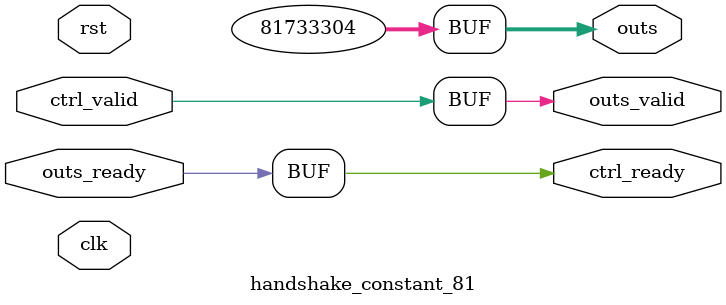
<source format=v>
`timescale 1ns / 1ps
module handshake_constant_81 #(
  parameter DATA_WIDTH = 32  // Default set to 32 bits
) (
  input                       clk,
  input                       rst,
  // Input Channel
  input                       ctrl_valid,
  output                      ctrl_ready,
  // Output Channel
  output [DATA_WIDTH - 1 : 0] outs,
  output                      outs_valid,
  input                       outs_ready
);
  assign outs       = 28'b0100110111110010011010111000;
  assign outs_valid = ctrl_valid;
  assign ctrl_ready = outs_ready;

endmodule

</source>
